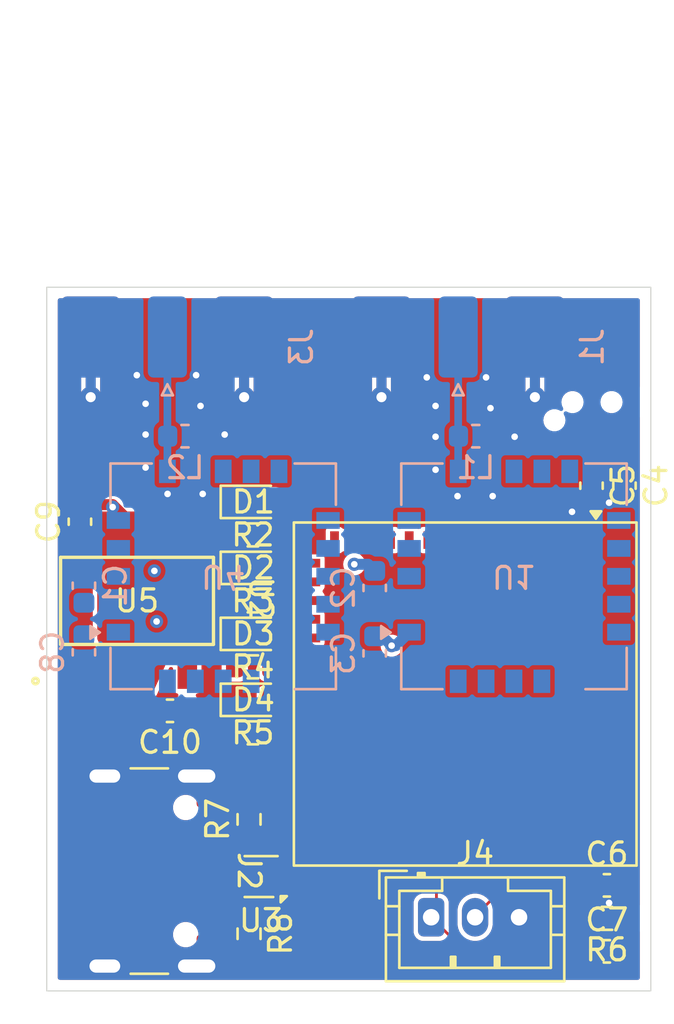
<source format=kicad_pcb>
(kicad_pcb (version 20240108) (generator "pcbnew") (generator_version "8.0")
  (layers (0 "F.Cu" signal) (1 "In1.Cu" signal) (2 "In2.Cu" signal) (31 "B.Cu" signal) (34 "B.Paste" user) (35 "F.Paste" user) (36 "B.SilkS" user "B.Silkscreen") (37 "F.SilkS" user "F.Silkscreen") (38 "B.Mask" user) (39 "F.Mask" user) (44 "Edge.Cuts" user))
  (net 0 "")
  (net 1 "GND")
  (net 2 "+3V3")
  (net 3 "/RESET")
  (net 4 "/BOOT")
  (net 5 "+5V")
  (net 6 "Net-(D1-A)")
  (net 7 "Net-(D2-A)")
  (net 8 "Net-(D3-A)")
  (net 9 "Net-(D4-A)")
  (net 10 "Net-(J1-In)")
  (net 11 "/D+")
  (net 13 "/D-")
  (net 15 "Net-(J2-CC2)")
  (net 16 "Net-(J2-CC1)")
  (net 17 "Net-(J3-In)")
  (net 18 "/SPI_MOSI")
  (net 19 "/E22_RXEN_1")
  (net 24 "/E22_DI01_0")
  (net 25 "/E22_DI03_1")
  (net 26 "/SPI_SCK")
  (net 28 "/SPI_MISO")
  (net 29 "/E22_BUSY_0")
  (net 30 "/E22_TXEN_1")
  (net 31 "/E22_DI02_1")
  (net 32 "/E22_RESET_0")
  (net 34 "/E22_BUSY_1")
  (net 37 "/E22_RESET_1")
  (net 38 "/E22_CS_0")
  (net 39 "/E22_TXEN_0")
  (net 40 "/E22_CS_1")
  (net 42 "/E22_DI01_1")
  (net 43 "/E22_DI03_0")
  (net 44 "/E22_DI02_0")
  (net 46 "/E22_RXEN_0")
  (net 47 "/USB_D+")
  (net 48 "/USB_D-")
  (net 58 "Net-(U2-IO15)")
  (net 59 "Net-(U2-IO14)")
  (net 60 "Net-(U2-IO13)")
  (net 61 "Net-(U2-IO12)")
  (footprint "Resistor_SMD:R_0603_1608Metric" (layer "F.Cu") (at 125.885 44.7639 180)
    (property "Reference" "R4" (at 0 0 360) (layer "F.SilkS"))
    (property "Value" "1kΩ/1%/0603")
    (fp_line (start -0.237258 0.5225) (end 0.237258 0.5225) (stroke (width 0.12)) (layer "F.SilkS"))
    (fp_line (start -0.237258 -0.5225) (end 0.237258 -0.5225) (stroke (width 0.12)) (layer "F.SilkS"))
    (pad "1" smd roundrect (at -0.825 0 180) (size 0.8 0.95) (layers "F.Cu" "F.Paste" "F.Mask") (net 8 "Net-(D3-A)"))
    (pad "2" smd roundrect (at 0.825 0 180) (size 0.8 0.95) (layers "F.Cu" "F.Paste" "F.Mask") (net 60 "Net-(U2-IO13)"))
  )
  (footprint "LED_SMD:LED_0603_1608Metric" (layer "F.Cu") (at 125.905 40.2639)
    (property "Reference" "D2" (at 0 0 0) (layer "F.SilkS"))
    (property "Value" "white/0603")
    (fp_line (start -1.485 -0.735) (end -1.485 0.735) (stroke (width 0.12)) (layer "F.SilkS"))
    (fp_line (start -1.485 0.735) (end 0.8 0.735) (stroke (width 0.12)) (layer "F.SilkS"))
    (fp_line (start 0.8 -0.735) (end -1.485 -0.735) (stroke (width 0.12)) (layer "F.SilkS"))
    (pad "1" smd roundrect (at -0.7875 0) (size 0.875 0.95) (layers "F.Cu" "F.Paste" "F.Mask") (net 1 "GND"))
    (pad "2" smd roundrect (at 0.7875 0) (size 0.875 0.95) (layers "F.Cu" "F.Paste" "F.Mask") (net 7 "Net-(D2-A)"))
  )
  (footprint "Capacitor_SMD:C_0603_1608Metric" (layer "F.Cu") (at 142 57.7)
    (property "Reference" "C7" (at 0 -1.43 0) (layer "F.SilkS"))
    (property "Value" "1uF")
    (fp_line (start -0.14058 -0.51) (end 0.14058 -0.51) (stroke (width 0.12)) (layer "F.SilkS"))
    (fp_line (start -0.14058 0.51) (end 0.14058 0.51) (stroke (width 0.12)) (layer "F.SilkS"))
    (pad "1" smd roundrect (at -0.775 0) (size 0.9 0.95) (layers "F.Cu" "F.Paste" "F.Mask") (net 4 "/BOOT"))
    (pad "2" smd roundrect (at 0.775 0) (size 0.9 0.95) (layers "F.Cu" "F.Paste" "F.Mask") (net 1 "GND"))
  )
  (footprint "Package_DFN_QFN:ST_UQFN-6L_1.5x1.7mm_P0.5mm" (layer "F.Cu") (at 126.26 54.3 180)
    (property "Reference" "U3" (at 0 -2 360) (layer "F.SilkS"))
    (property "Value" "ECMF02-2AMX6")
    (fp_line (start 0.75 0.93) (end -0.75 0.93) (stroke (width 0.12)) (layer "F.SilkS"))
    (fp_line (start 0.75 -0.93) (end -0.55 -0.93) (stroke (width 0.12)) (layer "F.SilkS"))
    (fp_poly (pts (xy -0.89 -0.89) (xy -1.17 -0.89) (xy -0.89 -1.17) (xy -0.89 -0.89)) (stroke (width 0.12)) (fill solid) (layer "F.SilkS"))
    (pad "1" smd roundrect (at -0.65 -0.5 180) (size 0.6 0.25) (layers "F.Cu" "F.Paste" "F.Mask") (net 47 "/USB_D+"))
    (pad "2" smd roundrect (at -0.65 0 180) (size 0.6 0.25) (layers "F.Cu" "F.Paste" "F.Mask") (net 48 "/USB_D-"))
    (pad "3" smd roundrect (at -0.65 0.5 180) (size 0.6 0.25) (layers "F.Cu" "F.Paste" "F.Mask") (net 1 "GND"))
    (pad "4" smd roundrect (at 0.65 0.5 180) (size 0.6 0.25) (layers "F.Cu" "F.Paste" "F.Mask"))
    (pad "5" smd roundrect (at 0.65 0 180) (size 0.6 0.25) (layers "F.Cu" "F.Paste" "F.Mask") (net 13 "/D-"))
    (pad "6" smd roundrect (at 0.65 -0.5 180) (size 0.6 0.25) (layers "F.Cu" "F.Paste" "F.Mask") (net 11 "/D+"))
  )
  (footprint "Capacitor_SMD:C_0603_1608Metric" (layer "F.Cu") (at 118.01 38.1639 90)
    (property "Reference" "C9" (at 0 -1.43 90) (layer "F.SilkS"))
    (property "Value" "22uF")
    (fp_line (start -0.14058 -0.51) (end 0.14058 -0.51) (stroke (width 0.12)) (layer "F.SilkS"))
    (fp_line (start -0.14058 0.51) (end 0.14058 0.51) (stroke (width 0.12)) (layer "F.SilkS"))
    (pad "1" smd roundrect (at -0.775 0 90) (size 0.9 0.95) (layers "F.Cu" "F.Paste" "F.Mask") (net 1 "GND"))
    (pad "2" smd roundrect (at 0.775 0 90) (size 0.9 0.95) (layers "F.Cu" "F.Paste" "F.Mask") (net 2 "+3V3"))
  )
  (footprint "Resistor_SMD:R_0603_1608Metric" (layer "F.Cu") (at 125.885 41.7639 180)
    (property "Reference" "R3" (at 0 0 360) (layer "F.SilkS"))
    (property "Value" "1kΩ/1%/0603")
    (fp_line (start -0.237258 0.5225) (end 0.237258 0.5225) (stroke (width 0.12)) (layer "F.SilkS"))
    (fp_line (start -0.237258 -0.5225) (end 0.237258 -0.5225) (stroke (width 0.12)) (layer "F.SilkS"))
    (pad "1" smd roundrect (at -0.825 0 180) (size 0.8 0.95) (layers "F.Cu" "F.Paste" "F.Mask") (net 7 "Net-(D2-A)"))
    (pad "2" smd roundrect (at 0.825 0 180) (size 0.8 0.95) (layers "F.Cu" "F.Paste" "F.Mask") (net 59 "Net-(U2-IO14)"))
  )
  (footprint "LED_SMD:LED_0603_1608Metric" (layer "F.Cu") (at 125.905 37.2639)
    (property "Reference" "D1" (at 0 0 0) (layer "F.SilkS"))
    (property "Value" "white/0603")
    (fp_line (start -1.485 -0.735) (end -1.485 0.735) (stroke (width 0.12)) (layer "F.SilkS"))
    (fp_line (start -1.485 0.735) (end 0.8 0.735) (stroke (width 0.12)) (layer "F.SilkS"))
    (fp_line (start 0.8 -0.735) (end -1.485 -0.735) (stroke (width 0.12)) (layer "F.SilkS"))
    (pad "1" smd roundrect (at -0.7875 0) (size 0.875 0.95) (layers "F.Cu" "F.Paste" "F.Mask") (net 1 "GND"))
    (pad "2" smd roundrect (at 0.7875 0) (size 0.875 0.95) (layers "F.Cu" "F.Paste" "F.Mask") (net 6 "Net-(D1-A)"))
  )
  (footprint "Capacitor_SMD:C_0603_1608Metric" (layer "F.Cu") (at 141.3 36.525 -90)
    (property "Reference" "C5" (at 0 -1.43 90) (layer "F.SilkS"))
    (property "Value" "0.1uF")
    (fp_line (start -0.14058 0.51) (end 0.14058 0.51) (stroke (width 0.12)) (layer "F.SilkS"))
    (fp_line (start -0.14058 -0.51) (end 0.14058 -0.51) (stroke (width 0.12)) (layer "F.SilkS"))
    (pad "1" smd roundrect (at -0.775 0 270) (size 0.9 0.95) (layers "F.Cu" "F.Paste" "F.Mask") (net 1 "GND"))
    (pad "2" smd roundrect (at 0.775 0 270) (size 0.9 0.95) (layers "F.Cu" "F.Paste" "F.Mask") (net 2 "+3V3"))
  )
  (footprint "Resistor_SMD:R_0603_1608Metric" (layer "F.Cu") (at 125.71 51.7 90)
    (property "Reference" "R7" (at 0 -1.43 90) (layer "F.SilkS"))
    (property "Value" "5.1k")
    (fp_line (start -0.237258 -0.5225) (end 0.237258 -0.5225) (stroke (width 0.12)) (layer "F.SilkS"))
    (fp_line (start -0.237258 0.5225) (end 0.237258 0.5225) (stroke (width 0.12)) (layer "F.SilkS"))
    (pad "1" smd roundrect (at -0.825 0 90) (size 0.8 0.95) (layers "F.Cu" "F.Paste" "F.Mask") (net 16 "Net-(J2-CC1)"))
    (pad "2" smd roundrect (at 0.825 0 90) (size 0.8 0.95) (layers "F.Cu" "F.Paste" "F.Mask") (net 1 "GND"))
  )
  (footprint "Capacitor_SMD:C_0603_1608Metric" (layer "F.Cu") (at 142 54.7)
    (property "Reference" "C6" (at 0 -1.43 0) (layer "F.SilkS"))
    (property "Value" "1uF")
    (fp_line (start -0.14058 -0.51) (end 0.14058 -0.51) (stroke (width 0.12)) (layer "F.SilkS"))
    (fp_line (start -0.14058 0.51) (end 0.14058 0.51) (stroke (width 0.12)) (layer "F.SilkS"))
    (pad "1" smd roundrect (at -0.775 0) (size 0.9 0.95) (layers "F.Cu" "F.Paste" "F.Mask") (net 3 "/RESET"))
    (pad "2" smd roundrect (at 0.775 0) (size 0.9 0.95) (layers "F.Cu" "F.Paste" "F.Mask") (net 1 "GND"))
  )
  (footprint "Capacitor_SMD:C_0603_1608Metric" (layer "F.Cu") (at 142.8 36.525 -90)
    (property "Reference" "C4" (at 0 -1.43 90) (layer "F.SilkS"))
    (property "Value" "22uF")
    (fp_line (start -0.14058 0.51) (end 0.14058 0.51) (stroke (width 0.12)) (layer "F.SilkS"))
    (fp_line (start -0.14058 -0.51) (end 0.14058 -0.51) (stroke (width 0.12)) (layer "F.SilkS"))
    (pad "1" smd roundrect (at -0.775 0 270) (size 0.9 0.95) (layers "F.Cu" "F.Paste" "F.Mask") (net 1 "GND"))
    (pad "2" smd roundrect (at 0.775 0 270) (size 0.9 0.95) (layers "F.Cu" "F.Paste" "F.Mask") (net 2 "+3V3"))
  )
  (footprint "Resistor_SMD:R_0603_1608Metric" (layer "F.Cu") (at 125.71 56.9 -90)
    (property "Reference" "R8" (at 0 -1.43 90) (layer "F.SilkS"))
    (property "Value" "5.1k")
    (fp_line (start -0.237258 0.5225) (end 0.237258 0.5225) (stroke (width 0.12)) (layer "F.SilkS"))
    (fp_line (start -0.237258 -0.5225) (end 0.237258 -0.5225) (stroke (width 0.12)) (layer "F.SilkS"))
    (pad "1" smd roundrect (at -0.825 0 270) (size 0.8 0.95) (layers "F.Cu" "F.Paste" "F.Mask") (net 15 "Net-(J2-CC2)"))
    (pad "2" smd roundrect (at 0.825 0 270) (size 0.8 0.95) (layers "F.Cu" "F.Paste" "F.Mask") (net 1 "GND"))
  )
  (footprint "Connector_USB:USB_C_Receptacle_GCT_USB4105-xx-A_16P_TopMnt_Horizontal" (layer "F.Cu") (at 120.22 54.05 -90)
    (property "Reference" "J2" (at 0 -5.5 -90) (layer "F.SilkS"))
    (property "Value" "USB4105-GF-A")
    (fp_line (start -4.67 -0.1) (end -4.67 -1.8) (stroke (width 0.12)) (layer "F.SilkS"))
    (fp_line (start 4.67 -0.1) (end 4.67 -1.8) (stroke (width 0.12)) (layer "F.SilkS"))
    (pad "" np_thru_hole circle (at -2.89 -2.605 270) (size 0.65 0.65) (drill 0.65) (layers "F&B.Cu" "*.Mask"))
    (pad "" np_thru_hole circle (at 2.89 -2.605 270) (size 0.65 0.65) (drill 0.65) (layers "F&B.Cu" "*.Mask"))
    (pad "A1" smd roundrect (at -3.2 -3.68 270) (size 0.6 1.15) (layers "F.Cu" "F.Paste" "F.Mask") (net 1 "GND"))
    (pad "A4" smd roundrect (at -2.4 -3.68 270) (size 0.6 1.15) (layers "F.Cu" "F.Paste" "F.Mask") (net 5 "+5V"))
    (pad "A5" smd roundrect (at -1.25 -3.68 270) (size 0.3 1.15) (layers "F.Cu" "F.Paste" "F.Mask") (net 16 "Net-(J2-CC1)"))
    (pad "A6" smd roundrect (at -0.25 -3.68 270) (size 0.3 1.15) (layers "F.Cu" "F.Paste" "F.Mask") (net 11 "/D+"))
    (pad "A7" smd roundrect (at 0.25 -3.68 270) (size 0.3 1.15) (layers "F.Cu" "F.Paste" "F.Mask") (net 13 "/D-"))
    (pad "A8" smd roundrect (at 1.25 -3.68 270) (size 0.3 1.15) (layers "F.Cu" "F.Paste" "F.Mask"))
    (pad "A9" smd roundrect (at 2.4 -3.68 270) (size 0.6 1.15) (layers "F.Cu" "F.Paste" "F.Mask") (net 5 "+5V"))
    (pad "A12" smd roundrect (at 3.2 -3.68 270) (size 0.6 1.15) (layers "F.Cu" "F.Paste" "F.Mask") (net 1 "GND"))
    (pad "B1" smd roundrect (at 3.2 -3.68 270) (size 0.6 1.15) (layers "F.Cu" "F.Paste" "F.Mask") (net 1 "GND"))
    (pad "B4" smd roundrect (at 2.4 -3.68 270) (size 0.6 1.15) (layers "F.Cu" "F.Paste" "F.Mask") (net 5 "+5V"))
    (pad "B5" smd roundrect (at 1.75 -3.68 270) (size 0.3 1.15) (layers "F.Cu" "F.Paste" "F.Mask") (net 15 "Net-(J2-CC2)"))
    (pad "B6" smd roundrect (at 0.75 -3.68 270) (size 0.3 1.15) (layers "F.Cu" "F.Paste" "F.Mask") (net 11 "/D+"))
    (pad "B7" smd roundrect (at -0.75 -3.68 270) (size 0.3 1.15) (layers "F.Cu" "F.Paste" "F.Mask") (net 13 "/D-"))
    (pad "B8" smd roundrect (at -1.75 -3.68 270) (size 0.3 1.15) (layers "F.Cu" "F.Paste" "F.Mask"))
    (pad "B9" smd roundrect (at -2.4 -3.68 270) (size 0.6 1.15) (layers "F.Cu" "F.Paste" "F.Mask") (net 5 "+5V"))
    (pad "B12" smd roundrect (at -3.2 -3.68 270) (size 0.6 1.15) (layers "F.Cu" "F.Paste" "F.Mask") (net 1 "GND"))
    (pad "S1" thru_hole oval (at -4.32 -3.105 270) (size 1 2.1) (drill oval 0.6 1.7) (layers "*.Cu" "*.Mask" "F.Paste") (net 1 "GND"))
    (pad "S1" thru_hole oval (at -4.32 1.075 270) (size 1 1.8) (drill oval 0.6 1.4) (layers "*.Cu" "*.Mask" "F.Paste") (net 1 "GND"))
    (pad "S1" thru_hole oval (at 4.32 -3.105 270) (size 1 2.1) (drill oval 0.6 1.7) (layers "*.Cu" "*.Mask" "F.Paste") (net 1 "GND"))
    (pad "S1" thru_hole oval (at 4.32 1.075 270) (size 1 1.8) (drill oval 0.6 1.4) (layers "*.Cu" "*.Mask" "F.Paste") (net 1 "GND"))
  )
  (footprint "Capacitor_SMD:C_0603_1608Metric" (layer "F.Cu") (at 122.11 46.7639 180)
    (property "Reference" "C10" (at 0 -1.43 360) (layer "F.SilkS"))
    (property "Value" "10uF")
    (fp_line (start -0.14058 0.51) (end 0.14058 0.51) (stroke (width 0.12)) (layer "F.SilkS"))
    (fp_line (start -0.14058 -0.51) (end 0.14058 -0.51) (stroke (width 0.12)) (layer "F.SilkS"))
    (pad "1" smd roundrect (at -0.775 0 180) (size 0.9 0.95) (layers "F.Cu" "F.Paste" "F.Mask") (net 5 "+5V"))
    (pad "2" smd roundrect (at 0.775 0 180) (size 0.9 0.95) (layers "F.Cu" "F.Paste" "F.Mask") (net 1 "GND"))
  )
  (footprint "Resistor_SMD:R_0603_1608Metric" (layer "F.Cu") (at 142 56.2 180)
    (property "Reference" "R6" (at 0 -1.43 360) (layer "F.SilkS"))
    (property "Value" "20k")
    (fp_line (start -0.237258 0.5225) (end 0.237258 0.5225) (stroke (width 0.12)) (layer "F.SilkS"))
    (fp_line (start -0.237258 -0.5225) (end 0.237258 -0.5225) (stroke (width 0.12)) (layer "F.SilkS"))
    (pad "1" smd roundrect (at -0.825 0 180) (size 0.8 0.95) (layers "F.Cu" "F.Paste" "F.Mask") (net 2 "+3V3"))
    (pad "2" smd roundrect (at 0.825 0 180) (size 0.8 0.95) (layers "F.Cu" "F.Paste" "F.Mask") (net 3 "/RESET"))
  )
  (footprint "AMS1117-3.3:SOT_AMS1117-2.5_AMS" (layer "F.Cu") (at 120.61 41.7639)
    (property "Reference" "U5" (at 0 0 0) (layer "F.SilkS"))
    (property "Value" "AMS1117-3.3")
    (fp_line (start -3.4798 -1.9812) (end -3.4798 1.9812) (stroke (width 0.1524)) (layer "F.SilkS"))
    (fp_line (start -3.4798 1.9812) (end 3.4798 1.9812) (stroke (width 0.1524)) (layer "F.SilkS"))
    (fp_line (start 3.4798 -1.9812) (end -3.4798 -1.9812) (stroke (width 0.1524)) (layer "F.SilkS"))
    (fp_line (start 3.4798 1.9812) (end 3.4798 -1.9812) (stroke (width 0.1524)) (layer "F.SilkS"))
    (fp_circle (center -4.6228 3.6449) (end -4.4958 3.6449) (stroke (width 0.1524)) (fill none) (layer "F.SilkS"))
    (pad "1" smd rect (at -2.29 3.2639) (size 0.889 1.4732) (layers "F.Cu" "F.Paste" "F.Mask") (net 1 "GND"))
    (pad "2" smd rect (at 0 3.2639) (size 0.889 1.4732) (layers "F.Cu" "F.Paste" "F.Mask") (net 2 "+3V3"))
    (pad "3" smd rect (at 2.29 3.2639) (size 0.889 1.4732) (layers "F.Cu" "F.Paste" "F.Mask") (net 5 "+5V"))
    (pad "4" smd rect (at 0 -3.2639) (size 3.2004 1.4732) (layers "F.Cu" "F.Paste" "F.Mask") (net 2 "+3V3"))
  )
  (footprint "Resistor_SMD:R_0603_1608Metric" (layer "F.Cu") (at 125.885 38.7639 180)
    (property "Reference" "R2" (at 0 0 360) (layer "F.SilkS"))
    (property "Value" "1kΩ/1%/0603")
    (fp_line (start -0.237258 0.5225) (end 0.237258 0.5225) (stroke (width 0.12)) (layer "F.SilkS"))
    (fp_line (start -0.237258 -0.5225) (end 0.237258 -0.5225) (stroke (width 0.12)) (layer "F.SilkS"))
    (pad "1" smd roundrect (at -0.825 0 180) (size 0.8 0.95) (layers "F.Cu" "F.Paste" "F.Mask") (net 6 "Net-(D1-A)"))
    (pad "2" smd roundrect (at 0.825 0 180) (size 0.8 0.95) (layers "F.Cu" "F.Paste" "F.Mask") (net 58 "Net-(U2-IO15)"))
  )
  (footprint "Resistor_SMD:R_0603_1608Metric" (layer "F.Cu") (at 125.885 47.7639 180)
    (property "Reference" "R5" (at 0 0 360) (layer "F.SilkS"))
    (property "Value" "1kΩ/1%/0603")
    (fp_line (start -0.237258 0.5225) (end 0.237258 0.5225) (stroke (width 0.12)) (layer "F.SilkS"))
    (fp_line (start -0.237258 -0.5225) (end 0.237258 -0.5225) (stroke (width 0.12)) (layer "F.SilkS"))
    (pad "1" smd roundrect (at -0.825 0 180) (size 0.8 0.95) (layers "F.Cu" "F.Paste" "F.Mask") (net 9 "Net-(D4-A)"))
    (pad "2" smd roundrect (at 0.825 0 180) (size 0.8 0.95) (layers "F.Cu" "F.Paste" "F.Mask") (net 61 "Net-(U2-IO12)"))
  )
  (footprint "LED_SMD:LED_0603_1608Metric" (layer "F.Cu") (at 125.905 43.2639)
    (property "Reference" "D3" (at 0 0 0) (layer "F.SilkS"))
    (property "Value" "white/0603")
    (fp_line (start -1.485 -0.735) (end -1.485 0.735) (stroke (width 0.12)) (layer "F.SilkS"))
    (fp_line (start -1.485 0.735) (end 0.8 0.735) (stroke (width 0.12)) (layer "F.SilkS"))
    (fp_line (start 0.8 -0.735) (end -1.485 -0.735) (stroke (width 0.12)) (layer "F.SilkS"))
    (pad "1" smd roundrect (at -0.7875 0) (size 0.875 0.95) (layers "F.Cu" "F.Paste" "F.Mask") (net 1 "GND"))
    (pad "2" smd roundrect (at 0.7875 0) (size 0.875 0.95) (layers "F.Cu" "F.Paste" "F.Mask") (net 8 "Net-(D3-A)"))
  )
  (footprint "Connector_JST:JST_PH_B3B-PH-K_1x03_P2.00mm_Vertical" (layer "F.Cu") (at 134 56.15)
    (property "Reference" "J4" (at 2 -2.9 0) (layer "F.SilkS"))
    (property "Value" "Conn_01x03")
    (fp_line (start -2.36 -2.11) (end -2.36 -0.86) (stroke (width 0.12)) (layer "F.SilkS"))
    (fp_line (start -2.06 -1.81) (end -2.06 2.91) (stroke (width 0.12)) (layer "F.SilkS"))
    (fp_line (start -2.06 -0.5) (end -1.45 -0.5) (stroke (width 0.12)) (layer "F.SilkS"))
    (fp_line (start -2.06 0.8) (end -1.45 0.8) (stroke (width 0.12)) (layer "F.SilkS"))
    (fp_line (start -2.06 2.91) (end 6.06 2.91) (stroke (width 0.12)) (layer "F.SilkS"))
    (fp_line (start -1.45 -1.2) (end -1.45 2.3) (stroke (width 0.12)) (layer "F.SilkS"))
    (fp_line (start -1.45 2.3) (end 5.45 2.3) (stroke (width 0.12)) (layer "F.SilkS"))
    (fp_line (start -1.11 -2.11) (end -2.36 -2.11) (stroke (width 0.12)) (layer "F.SilkS"))
    (fp_line (start -0.6 -2.01) (end -0.6 -1.81) (stroke (width 0.12)) (layer "F.SilkS"))
    (fp_line (start -0.3 -2.01) (end -0.6 -2.01) (stroke (width 0.12)) (layer "F.SilkS"))
    (fp_line (start -0.3 -1.91) (end -0.6 -1.91) (stroke (width 0.12)) (layer "F.SilkS"))
    (fp_line (start -0.3 -1.81) (end -0.3 -2.01) (stroke (width 0.12)) (layer "F.SilkS"))
    (fp_line (start 0.5 -1.81) (end 0.5 -1.2) (stroke (width 0.12)) (layer "F.SilkS"))
    (fp_line (start 0.5 -1.2) (end -1.45 -1.2) (stroke (width 0.12)) (layer "F.SilkS"))
    (fp_line (start 0.9 1.8) (end 1.1 1.8) (stroke (width 0.12)) (layer "F.SilkS"))
    (fp_line (start 0.9 2.3) (end 0.9 1.8) (stroke (width 0.12)) (layer "F.SilkS"))
    (fp_line (start 1 2.3) (end 1 1.8) (stroke (width 0.12)) (layer "F.SilkS"))
    (fp_line (start 1.1 1.8) (end 1.1 2.3) (stroke (width 0.12)) (layer "F.SilkS"))
    (fp_line (start 2.9 1.8) (end 3.1 1.8) (stroke (width 0.12)) (layer "F.SilkS"))
    (fp_line (start 2.9 2.3) (end 2.9 1.8) (stroke (width 0.12)) (layer "F.SilkS"))
    (fp_line (start 3 2.3) (end 3 1.8) (stroke (width 0.12)) (layer "F.SilkS"))
    (fp_line (start 3.1 1.8) (end 3.1 2.3) (stroke (width 0.12)) (layer "F.SilkS"))
    (fp_line (start 3.5 -1.2) (end 3.5 -1.81) (stroke (width 0.12)) (layer "F.SilkS"))
    (fp_line (start 5.45 -1.2) (end 3.5 -1.2) (stroke (width 0.12)) (layer "F.SilkS"))
    (fp_line (start 5.45 2.3) (end 5.45 -1.2) (stroke (width 0.12)) (layer "F.SilkS"))
    (fp_line (start 6.06 -1.81) (end -2.06 -1.81) (stroke (width 0.12)) (layer "F.SilkS"))
    (fp_line (start 6.06 -0.5) (end 5.45 -0.5) (stroke (width 0.12)) (layer "F.SilkS"))
    (fp_line (start 6.06 0.8) (end 5.45 0.8) (stroke (width 0.12)) (layer "F.SilkS"))
    (fp_line (start 6.06 2.91) (end 6.06 -1.81) (stroke (width 0.12)) (layer "F.SilkS"))
    (pad "1" thru_hole roundrect (at 0 0) (size 1.2 1.75) (drill 0.75) (layers "*.Cu" "*.Mask") (roundrect_rratio 0.208333) (net 4 "/BOOT"))
    (pad "2" thru_hole oval (at 2 0) (size 1.2 1.75) (drill 0.75) (layers "*.Cu" "*.Mask") (net 3 "/RESET"))
    (pad "3" thru_hole oval (at 4 0) (size 1.2 1.75) (drill 0.75) (layers "*.Cu" "*.Mask") (net 1 "GND"))
  )
  (footprint "LED_SMD:LED_0603_1608Metric" (layer "F.Cu") (at 125.905 46.2639)
    (property "Reference" "D4" (at 0 0 0) (layer "F.SilkS"))
    (property "Value" "white/0603")
    (fp_line (start -1.485 -0.735) (end -1.485 0.735) (stroke (width 0.12)) (layer "F.SilkS"))
    (fp_line (start -1.485 0.735) (end 0.8 0.735) (stroke (width 0.12)) (layer "F.SilkS"))
    (fp_line (start 0.8 -0.735) (end -1.485 -0.735) (stroke (width 0.12)) (layer "F.SilkS"))
    (pad "1" smd roundrect (at -0.7875 0) (size 0.875 0.95) (layers "F.Cu" "F.Paste" "F.Mask") (net 1 "GND"))
    (pad "2" smd roundrect (at 0.7875 0) (size 0.875 0.95) (layers "F.Cu" "F.Paste" "F.Mask") (net 9 "Net-(D4-A)"))
  )
  (footprint "RF_Module:ESP32-S2-MINI-1U" (layer "F.Cu") (at 135.55 46 -90)
    (property "Reference" "U2" (at -4.3361 9.3 -90) (layer "F.SilkS"))
    (property "Value" "ESP32-S3-MINI-1U")
    (fp_line (start -7.8 7.8) (end -7.8 -7.8) (stroke (width 0.12)) (layer "F.SilkS"))
    (fp_line (start 7.8 7.8) (end -7.8 7.8) (stroke (width 0.12)) (layer "F.SilkS"))
    (fp_line (start -7.8 -7.8) (end 7.8 -7.8) (stroke (width 0.12)) (layer "F.SilkS"))
    (fp_line (start 7.8 -7.8) (end 7.8 7.8) (stroke (width 0.12)) (layer "F.SilkS"))
    (fp_poly (pts (xy -7.975 -5.95) (xy -8.311 -5.71) (xy -8.311 -6.19) (xy -7.975 -5.95)) (stroke (width 0.12)) (fill solid) (layer "F.SilkS"))
    (pad "1" smd rect (at -7 -5.95 270) (size 0.8 0.4) (layers "F.Cu" "F.Paste" "F.Mask") (net 1 "GND"))
    (pad "2" smd rect (at -7 -5.1 270) (size 0.8 0.4) (layers "F.Cu" "F.Paste" "F.Mask") (net 1 "GND"))
    (pad "3" smd rect (at -7 -4.25 270) (size 0.8 0.4) (layers "F.Cu" "F.Paste" "F.Mask") (net 2 "+3V3"))
    (pad "4" smd rect (at -7 -3.4 270) (size 0.8 0.4) (layers "F.Cu" "F.Paste" "F.Mask") (net 4 "/BOOT"))
    (pad "5" smd rect (at -7 -2.55 270) (size 0.8 0.4) (layers "F.Cu" "F.Paste" "F.Mask") (net 32 "/E22_RESET_0"))
    (pad "6" smd rect (at -7 -1.7 270) (size 0.8 0.4) (layers "F.Cu" "F.Paste" "F.Mask") (net 38 "/E22_CS_0"))
    (pad "7" smd rect (at -7 -0.85 270) (size 0.8 0.4) (layers "F.Cu" "F.Paste" "F.Mask") (net 28 "/SPI_MISO"))
    (pad "8" smd rect (at -7 0 270) (size 0.8 0.4) (layers "F.Cu" "F.Paste" "F.Mask") (net 18 "/SPI_MOSI"))
    (pad "9" smd rect (at -7 0.85 270) (size 0.8 0.4) (layers "F.Cu" "F.Paste" "F.Mask") (net 26 "/SPI_SCK"))
    (pad "10" smd rect (at -7 1.7 270) (size 0.8 0.4) (layers "F.Cu" "F.Paste" "F.Mask") (net 29 "/E22_BUSY_0"))
    (pad "11" smd rect (at -7 2.55 270) (size 0.8 0.4) (layers "F.Cu" "F.Paste" "F.Mask") (net 39 "/E22_TXEN_0"))
    (pad "12" smd rect (at -7 3.4 270) (size 0.8 0.4) (layers "F.Cu" "F.Paste" "F.Mask") (net 46 "/E22_RXEN_0"))
    (pad "13" smd rect (at -7 4.25 270) (size 0.8 0.4) (layers "F.Cu" "F.Paste" "F.Mask") (net 24 "/E22_DI01_0"))
    (pad "14" smd rect (at -7 5.1 270) (size 0.8 0.4) (layers "F.Cu" "F.Paste" "F.Mask") (net 44 "/E22_DI02_0"))
    (pad "15" smd rect (at -7 5.95 270) (size 0.8 0.4) (layers "F.Cu" "F.Paste" "F.Mask") (net 43 "/E22_DI03_0"))
    (pad "16" smd rect (at -5.95 7) (size 0.8 0.4) (layers "F.Cu" "F.Paste" "F.Mask") (net 61 "Net-(U2-IO12)"))
    (pad "17" smd rect (at -5.1 7) (size 0.8 0.4) (layers "F.Cu" "F.Paste" "F.Mask") (net 60 "Net-(U2-IO13)"))
    (pad "18" smd rect (at -4.25 7) (size 0.8 0.4) (layers "F.Cu" "F.Paste" "F.Mask") (net 59 "Net-(U2-IO14)"))
    (pad "19" smd rect (at -3.4 7) (size 0.8 0.4) (layers "F.Cu" "F.Paste" "F.Mask") (net 58 "Net-(U2-IO15)"))
    (pad "20" smd rect (at -2.55 7) (size 0.8 0.4) (layers "F.Cu" "F.Paste" "F.Mask") (net 26 "/SPI_SCK"))
    (pad "21" smd rect (at -1.7 7) (size 0.8 0.4) (layers "F.Cu" "F.Paste" "F.Mask") (net 34 "/E22_BUSY_1"))
    (pad "22" smd rect (at -0.85 7) (size 0.8 0.4) (layers "F.Cu" "F.Paste" "F.Mask") (net 30 "/E22_TXEN_1"))
    (pad "23" smd rect (at 0 7) (size 0.8 0.4) (layers "F.Cu" "F.Paste" "F.Mask") (net 48 "/USB_D-"))
    (pad "24" smd rect (at 0.85 7) (size 0.8 0.4) (layers "F.Cu" "F.Paste" "F.Mask") (net 47 "/USB_D+"))
    (pad "25" smd rect (at 1.7 7) (size 0.8 0.4) (layers "F.Cu" "F.Paste" "F.Mask") (net 19 "/E22_RXEN_1"))
    (pad "26" smd rect (at 2.55 7) (size 0.8 0.4) (layers "F.Cu" "F.Paste" "F.Mask") (net 42 "/E22_DI01_1"))
    (pad "27" smd rect (at 3.4 7) (size 0.8 0.4) (layers "F.Cu" "F.Paste" "F.Mask") (net 40 "/E22_CS_1"))
    (pad "28" smd rect (at 4.25 7) (size 0.8 0.4) (layers "F.Cu" "F.Paste" "F.Mask") (net 31 "/E22_DI02_1"))
    (pad "29" smd rect (at 5.1 7) (size 0.8 0.4) (layers "F.Cu" "F.Paste" "F.Mask") (net 25 "/E22_DI03_1"))
    (pad "30" smd rect (at 5.95 7) (size 0.8 0.4) (layers "F.Cu" "F.Paste" "F.Mask") (net 37 "/E22_RESET_1"))
    (pad "31" smd rect (at 7 5.95 270) (size 0.8 0.4) (layers "F.Cu" "F.Paste" "F.Mask"))
    (pad "32" smd rect (at 7 5.1 270) (size 0.8 0.4) (layers "F.Cu" "F.Paste" "F.Mask"))
    (pad "33" smd rect (at 7 4.25 270) (size 0.8 0.4) (layers "F.Cu" "F.Paste" "F.Mask"))
    (pad "34" smd rect (at 7 3.4 270) (size 0.8 0.4) (layers "F.Cu" "F.Paste" "F.Mask"))
    (pad "35" smd rect (at 7 2.55 270) (size 0.8 0.4) (layers "F.Cu" "F.Paste" "F.Mask"))
    (pad "36" smd rect (at 7 1.7 270) (size 0.8 0.4) (layers "F.Cu" "F.Paste" "F.Mask"))
    (pad "37" smd rect (at 7 0.85 270) (size 0.8 0.4) (layers "F.Cu" "F.Paste" "F.Mask"))
    (pad "38" smd rect (at 7 0 270) (size 0.8 0.4) (layers "F.Cu" "F.Paste" "F.Mask"))
    (pad "39" smd rect (at 7 -0.85 270) (size 0.8 0.4) (layers "F.Cu" "F.Paste" "F.Mask"))
    (pad "40" smd rect (at 7 -1.7 270) (size 0.8 0.4) (layers "F.Cu" "F.Paste" "F.Mask"))
    (pad "41" smd rect (at 7 -2.55 270) (size 0.8 0.4) (layers "F.Cu" "F.Paste" "F.Mask") (net 18 "/SPI_MOSI"))
    (pad "42" smd rect (at 7 -3.4 270) (size 0.8 0.4) (layers "F.Cu" "F.Paste" "F.Mask") (net 1 "GND"))
    (pad "43" smd rect (at 7 -4.25 270) (size 0.8 0.4) (layers "F.Cu" "F.Paste" "F.Mask") (net 1 "GND"))
    (pad "44" smd rect (at 7 -5.1 270) (size 0.8 0.4) (layers "F.Cu" "F.Paste" "F.Mask") (net 28 "/SPI_MISO"))
    (pad "45" smd rect (at 7 -5.95 270) (size 0.8 0.4) (layers "F.Cu" "F.Paste" "F.Mask") (net 3 "/RESET"))
    (pad "46" smd rect (at 5.95 -7) (size 0.8 0.4) (layers "F.Cu" "F.Paste" "F.Mask") (net 1 "GND"))
    (pad "47" smd rect (at 5.1 -7) (size 0.8 0.4) (layers "F.Cu" "F.Paste" "F.Mask") (net 1 "GND"))
    (pad "48" smd rect (at 4.25 -7) (size 0.8 0.4) (layers "F.Cu" "F.Paste" "F.Mask") (net 1 "GND"))
    (pad "49" smd rect (at 3.4 -7) (size 0.8 0.4) (layers "F.Cu" "F.Paste" "F.Mask") (net 1 "GND"))
    (pad "50" smd rect (at 2.55 -7) (size 0.8 0.4) (layers "F.Cu" "F.Paste" "F.Mask") (net 1 "GND"))
    (pad "51" smd rect (at 1.7 -7) (size 0.8 0.4) (layers "F.Cu" "F.Paste" "F.Mask") (net 1 "GND"))
    (pad "52" smd rect (at 0.85 -7) (size 0.8 0.4) (layers "F.Cu" "F.Paste" "F.Mask") (net 1 "GND"))
    (pad "53" smd rect (at 0 -7) (size 0.8 0.4) (layers "F.Cu" "F.Paste" "F.Mask") (net 1 "GND"))
    (pad "54" smd rect (at -0.85 -7) (size 0.8 0.4) (layers "F.Cu" "F.Paste" "F.Mask") (net 1 "GND"))
    (pad "55" smd rect (at -1.7 -7) (size 0.8 0.4) (layers "F.Cu" "F.Paste" "F.Mask") (net 1 "GND"))
    (pad "56" smd rect (at -2.55 -7) (size 0.8 0.4) (layers "F.Cu" "F.Paste" "F.Mask") (net 1 "GND"))
    (pad "57" smd rect (at -3.4 -7) (size 0.8 0.4) (layers "F.Cu" "F.Paste" "F.Mask") (net 1 "GND"))
    (pad "58" smd rect (at -4.25 -7) (size 0.8 0.4) (layers "F.Cu" "F.Paste" "F.Mask") (net 1 "GND"))
    (pad "59" smd rect (at -5.1 -7) (size 0.8 0.4) (layers "F.Cu" "F.Paste" "F.Mask") (net 1 "GND"))
    (pad "60" smd rect (at -5.95 -7) (size 0.8 0.4) (layers "F.Cu" "F.Paste" "F.Mask") (net 1 "GND"))
    (pad "61" smd roundrect (at -1.65 -1.65 270) (size 1.2 1.2) (layers "F.Cu" "F.Paste" "F.Mask") (roundrect_rratio 0) (chamfer_ratio 0.33) (chamfer top_left) (net 1 "GND"))
    (pad "61" smd rect (at -1.65 0 270) (size 1.2 1.2) (layers "F.Cu" "F.Paste" "F.Mask") (net 1 "GND"))
    (pad "61" smd rect (at -1.65 1.65 270) (size 1.2 1.2) (layers "F.Cu" "F.Paste" "F.Mask") (net 1 "GND"))
    (pad "61" smd rect (at 0 -1.65 270) (size 1.2 1.2) (layers "F.Cu" "F.Paste" "F.Mask") (net 1 "GND"))
    (pad "61" smd rect (at 0 0 270) (size 1.2 1.2) (layers "F.Cu" "F.Paste" "F.Mask") (net 1 "GND"))
    (pad "61" smd rect (at 0 1.65 270) (size 1.2 1.2) (layers "F.Cu" "F.Paste" "F.Mask") (net 1 "GND"))
    (pad "61" smd rect (at 1.65 -1.65 270) (size 1.2 1.2) (layers "F.Cu" "F.Paste" "F.Mask") (net 1 "GND"))
    (pad "61" smd rect (at 1.65 0 270) (size 1.2 1.2) (layers "F.Cu" "F.Paste" "F.Mask") (net 1 "GND"))
    (pad "61" smd rect (at 1.65 1.65 270) (size 1.2 1.2) (layers "F.Cu" "F.Paste" "F.Mask") (net 1 "GND"))
    (pad "62" smd rect (at -7 -7 270) (size 0.8 0.8) (layers "F.Cu" "F.Paste" "F.Mask") (net 1 "GND"))
    (pad "63" smd rect (at -7 7 270) (size 0.8 0.8) (layers "F.Cu" "F.Paste" "F.Mask") (net 1 "GND"))
    (pad "64" smd rect (at 7 7 270) (size 0.8 0.8) (layers "F.Cu" "F.Paste" "F.Mask") (net 1 "GND"))
    (pad "65" smd rect (at 7 -7 270) (size 0.8 0.8) (layers "F.Cu" "F.Paste" "F.Mask") (net 1 "GND"))
  )
  (footprint "Capacitor_SMD:C_0603_1608Metric" (layer "B.Cu") (at 118.1925 44.1 -90)
    (property "Reference" "C8" (at 0 1.43 90) (layer "B.SilkS") (effects (justify mirror)))
    (property "Value" "10nF")
    (fp_line (start 0.14058 0.51) (end -0.14058 0.51) (stroke (width 0.12)) (layer "B.SilkS"))
    (fp_line (start 0.14058 -0.51) (end -0.14058 -0.51) (stroke (width 0.12)) (layer "B.SilkS"))
    (pad "1" smd roundrect (at -0.775 0 270) (size 0.9 0.95) (layers "B.Cu" "B.Paste" "B.Mask") (net 2 "+3V3"))
    (pad "2" smd roundrect (at 0.775 0 270) (size 0.9 0.95) (layers "B.Cu" "B.Paste" "B.Mask") (net 1 "GND"))
  )
  (footprint "Capacitor_SMD:C_0603_1608Metric" (layer "B.Cu") (at 131.43 41.175 -90)
    (property "Reference" "C2" (at 0 1.43 90) (layer "B.SilkS") (effects (justify mirror)))
    (property "Value" "10uF")
    (fp_line (start 0.14058 0.51) (end -0.14058 0.51) (stroke (width 0.12)) (layer "B.SilkS"))
    (fp_line (start 0.14058 -0.51) (end -0.14058 -0.51) (stroke (width 0.12)) (layer "B.SilkS"))
    (pad "1" smd roundrect (at -0.775 0 270) (size 0.9 0.95) (layers "B.Cu" "B.Paste" "B.Mask") (net 2 "+3V3"))
    (pad "2" smd roundrect (at 0.775 0 270) (size 0.9 0.95) (layers "B.Cu" "B.Paste" "B.Mask") (net 1 "GND"))
  )
  (footprint "Connector_Coaxial:SMA_Molex_73251-2120_EdgeMount_Horizontal" (layer "B.Cu") (at 135.23 29.515 90)
    (property "Reference" "J1" (at -0.705 6.1 90) (layer "B.SilkS") (effects (justify mirror)))
    (property "Value" "SMA")
    (fp_line (start -2.985 -3.4925) (end -0.25 -3.4925) (stroke (width 0.46)) (layer "F.Cu"))
    (fp_line (start -2.985 3.4925) (end -0.25 3.4925) (stroke (width 0.46)) (layer "F.Cu"))
    (fp_line (start -2.985 -3.4925) (end -0.25 -3.4925) (stroke (width 0.46)) (layer "B.Cu"))
    (fp_line (start -2.985 3.4925) (end -0.25 3.4925) (stroke (width 0.46)) (layer "B.Cu"))
    (fp_line (start -2.9 -0.25) (end -2.9 0.25) (stroke (width 0.12)) (layer "B.SilkS"))
    (fp_line (start -2.4 0) (end -2.9 -0.25) (stroke (width 0.12)) (layer "B.SilkS"))
    (fp_line (start -2.9 0.25) (end -2.4 0) (stroke (width 0.12)) (layer "B.SilkS"))
    (pad "1" smd roundrect (at -0.25 0 90) (size 3.69 1.78) (layers "B.Cu" "B.Paste" "B.Mask") (roundrect_rratio 0.1404494382) (net 10 "Net-(J1-In)"))
    (pad "2" thru_hole circle (at -2.985 -3.4925 90) (size 0.97 0.97) (drill 0.46) (layers "*.Cu") (net 1 "GND"))
    (pad "2" thru_hole circle (at -2.985 3.4925 90) (size 0.97 0.97) (drill 0.46) (layers "*.Cu") (net 1 "GND"))
    (pad "2" smd roundrect (at -0.25 -3.4925 90) (size 3.69 2.665) (layers "F.Cu" "F.Paste" "F.Mask") (roundrect_rratio 0.09380863039) (net 1 "GND"))
    (pad "2" smd roundrect (at -0.25 -3.4925 90) (size 3.69 2.665) (layers "B.Cu" "B.Paste" "B.Mask") (roundrect_rratio 0.09380863039) (net 1 "GND"))
    (pad "2" smd roundrect (at -0.25 3.4925 90) (size 3.69 2.665) (layers "F.Cu" "F.Paste" "F.Mask") (roundrect_rratio 0.09380863039) (net 1 "GND"))
    (pad "2" smd roundrect (at -0.25 3.4925 90) (size 3.69 2.665) (layers "B.Cu" "B.Paste" "B.Mask") (roundrect_rratio 0.09380863039) (net 1 "GND"))
  )
  (footprint "Inductor_SMD:L_0603_1608Metric" (layer "B.Cu") (at 122.7925 34.275)
    (property "Reference" "L2" (at 0 1.43 0) (layer "B.SilkS") (effects (justify mirror)))
    (property "Value" "330nH")
    (fp_line (start 0.162779 -0.51) (end -0.162779 -0.51) (stroke (width 0.12)) (layer "B.SilkS"))
    (fp_line (start 0.162779 0.51) (end -0.162779 0.51) (stroke (width 0.12)) (layer "B.SilkS"))
    (pad "1" smd roundrect (at -0.7875 0) (size 0.875 0.95) (layers "B.Cu" "B.Paste" "B.Mask") (net 17 "Net-(J3-In)"))
    (pad "2" smd roundrect (at 0.7875 0) (size 0.875 0.95) (layers "B.Cu" "B.Paste" "B.Mask") (net 1 "GND"))
  )
  (footprint "Inductor_SMD:L_0603_1608Metric" (layer "B.Cu") (at 136.03 34.275)
    (property "Reference" "L1" (at 0 1.43 0) (layer "B.SilkS") (effects (justify mirror)))
    (property "Value" "330nH")
    (fp_line (start 0.162779 -0.51) (end -0.162779 -0.51) (stroke (width 0.12)) (layer "B.SilkS"))
    (fp_line (start 0.162779 0.51) (end -0.162779 0.51) (stroke (width 0.12)) (layer "B.SilkS"))
    (pad "1" smd roundrect (at -0.7875 0) (size 0.875 0.95) (layers "B.Cu" "B.Paste" "B.Mask") (net 10 "Net-(J1-In)"))
    (pad "2" smd roundrect (at 0.7875 0) (size 0.875 0.95) (layers "B.Cu" "B.Paste" "B.Mask") (net 1 "GND"))
  )
  (footprint "RF_Module_Ebyte:E22-400MM22S" (layer "B.Cu") (at 124.5325 40.6478)
    (property "Reference" "U4" (at 0 0 180) (layer "B.SilkS") (effects (justify mirror)))
    (property "Value" "E22-400MM22S")
    (fp_line (start -5.1308 -5.1308) (end -5.1308 -3.25414) (stroke (width 0.12)) (layer "B.SilkS"))
    (fp_line (start -5.1308 3.25414) (end -5.1308 5.1308) (stroke (width 0.12)) (layer "B.SilkS"))
    (fp_line (start -5.1308 5.1308) (end -3.25414 5.1308) (stroke (width 0.12)) (layer "B.SilkS"))
    (fp_line (start -3.25414 -5.1308) (end -5.1308 -5.1308) (stroke (width 0.12)) (layer "B.SilkS"))
    (fp_line (start 3.25414 5.1308) (end 5.1308 5.1308) (stroke (width 0.12)) (layer "B.SilkS"))
    (fp_line (start 5.1308 -5.1308) (end 3.25414 -5.1308) (stroke (width 0.12)) (layer "B.SilkS"))
    (fp_line (start 5.1308 -3.25414) (end 5.1308 -5.1308) (stroke (width 0.12)) (layer "B.SilkS"))
    (fp_line (start 5.1308 5.1308) (end 5.1308 3.25414) (stroke (width 0.12)) (layer "B.SilkS"))
    (fp_poly (pts (xy -6.053846 2.25) (xy -5.603846 2.55) (xy -6.053846 2.85)) (stroke (width 0.1)) (fill solid) (layer "B.SilkS"))
    (pad "1" smd rect (at -4.7728 2.54 270) (size 0.7628 1.061999) (layers "B.Cu" "B.Paste" "B.Mask") (net 2 "+3V3"))
    (pad "2" smd rect (at -4.7728 1.27 270) (size 0.7628 1.061999) (layers "B.Cu" "B.Paste" "B.Mask") (net 1 "GND"))
    (pad "3" smd rect (at -4.7728 0 270) (size 0.7628 1.061999) (layers "B.Cu" "B.Paste" "B.Mask") (net 37 "/E22_RESET_1"))
    (pad "4" smd rect (at -4.7728 -1.27 270) (size 0.7628 1.061999) (layers "B.Cu" "B.Paste" "B.Mask"))
    (pad "5" smd rect (at -4.7728 -2.54 270) (size 0.7628 1.061999) (layers "B.Cu" "B.Paste" "B.Mask"))
    (pad "6" smd rect (at -2.54 -4.7728) (size 0.7628 1.061999) (layers "B.Cu" "B.Paste" "B.Mask") (net 17 "Net-(J3-In)"))
    (pad "7" smd rect (at -1.27 -4.7728) (size 0.7628 1.061999) (layers "B.Cu" "B.Paste" "B.Mask") (net 1 "GND"))
    (pad "8" smd rect (at 0 -4.7728) (size 0.7628 1.061999) (layers "B.Cu" "B.Paste" "B.Mask"))
    (pad "9" smd rect (at 1.27 -4.7728) (size 0.7628 1.061999) (layers "B.Cu" "B.Paste" "B.Mask") (net 30 "/E22_TXEN_1"))
    (pad "10" smd rect (at 2.54 -4.7728) (size 0.7628 1.061999) (layers "B.Cu" "B.Paste" "B.Mask") (net 19 "/E22_RXEN_1"))
    (pad "11" smd rect (at 4.7728 -2.54 270) (size 0.7628 1.061999) (layers "B.Cu" "B.Paste" "B.Mask") (net 34 "/E22_BUSY_1"))
    (pad "12" smd rect (at 4.7728 -1.27 270) (size 0.7628 1.061999) (layers "B.Cu" "B.Paste" "B.Mask") (net 28 "/SPI_MISO"))
    (pad "13" smd rect (at 4.7728 0 270) (size 0.7628 1.061999) (layers "B.Cu" "B.Paste" "B.Mask") (net 18 "/SPI_MOSI"))
    (pad "14" smd rect (at 4.7728 1.27 270) (size 0.7628 1.061999) (layers "B.Cu" "B.Paste" "B.Mask") (net 40 "/E22_CS_1"))
    (pad "15" smd rect (at 4.7728 2.54 270) (size 0.7628 1.061999) (layers "B.Cu" "B.Paste" "B.Mask") (net 26 "/SPI_SCK"))
    (pad "16" smd rect (at 2.54 4.7728) (size 0.7628 1.061999) (layers "B.Cu" "B.Paste" "B.Mask") (net 1 "GND"))
    (pad "17" smd rect (at 1.27 4.7728) (size 0.7628 1.061999) (layers "B.Cu" "B.Paste" "B.Mask"))
    (pad "18" smd rect (at 0 4.7728) (size 0.7628 1.061999) (layers "B.Cu" "B.Paste" "B.Mask") (net 25 "/E22_DI03_1"))
    (pad "19" smd rect (at -1.27 4.7728) (size 0.7628 1.061999) (layers "B.Cu" "B.Paste" "B.Mask") (net 31 "/E22_DI02_1"))
    (pad "20" smd rect (at -2.54 4.7728) (size 0.7628 1.061999) (layers "B.Cu" "B.Paste" "B.Mask") (net 42 "/E22_DI01_1"))
  )
  (footprint "Capacitor_SMD:C_0603_1608Metric" (layer "B.Cu") (at 118.1925 41.075 90)
    (property "Reference" "C1" (at 0 1.43 90) (layer "B.SilkS") (effects (justify mirror)))
    (property "Value" "10uF")
    (fp_line (start 0.14058 -0.51) (end -0.14058 -0.51) (stroke (width 0.12)) (layer "B.SilkS"))
    (fp_line (start 0.14058 0.51) (end -0.14058 0.51) (stroke (width 0.12)) (layer "B.SilkS"))
    (pad "1" smd roundrect (at -0.775 0 90) (size 0.9 0.95) (layers "B.Cu" "B.Paste" "B.Mask") (net 2 "+3V3"))
    (pad "2" smd roundrect (at 0.775 0 90) (size 0.9 0.95) (layers "B.Cu" "B.Paste" "B.Mask") (net 1 "GND"))
  )
  (footprint "Connector_Coaxial:SMA_Molex_73251-2120_EdgeMount_Horizontal" (layer "B.Cu") (at 121.9925 29.515 90)
    (property "Reference" "J3" (at -0.705 6.1 90) (layer "B.SilkS") (effects (justify mirror)))
    (property "Value" "SMA")
    (fp_line (start -2.985 -3.4925) (end -0.25 -3.4925) (stroke (width 0.46)) (layer "F.Cu"))
    (fp_line (start -2.985 3.4925) (end -0.25 3.4925) (stroke (width 0.46)) (layer "F.Cu"))
    (fp_line (start -2.985 -3.4925) (end -0.25 -3.4925) (stroke (width 0.46)) (layer "B.Cu"))
    (fp_line (start -2.985 3.4925) (end -0.25 3.4925) (stroke (width 0.46)) (layer "B.Cu"))
    (fp_line (start -2.9 -0.25) (end -2.9 0.25) (stroke (width 0.12)) (layer "B.SilkS"))
    (fp_line (start -2.4 0) (end -2.9 -0.25) (stroke (width 0.12)) (layer "B.SilkS"))
    (fp_line (start -2.9 0.25) (end -2.4 0) (stroke (width 0.12)) (layer "B.SilkS"))
    (pad "1" smd roundrect (at -0.25 0 90) (size 3.69 1.78) (layers "B.Cu" "B.Paste" "B.Mask") (roundrect_rratio 0.1404494382) (net 17 "Net-(J3-In)"))
    (pad "2" thru_hole circle (at -2.985 -3.4925 90) (size 0.97 0.97) (drill 0.46) (layers "*.Cu") (net 1 "GND"))
    (pad "2" thru_hole circle (at -2.985 3.4925 90) (size 0.97 0.97) (drill 0.46) (layers "*.Cu") (net 1 "GND"))
    (pad "2" smd roundrect (at -0.25 -3.4925 90) (size 3.69 2.665) (layers "F.Cu" "F.Paste" "F.Mask") (roundrect_rratio 0.09380863039) (net 1 "GND"))
    (pad "2" smd roundrect (at -0.25 -3.4925 90) (size 3.69 2.665) (layers "B.Cu" "B.Paste" "B.Mask") (roundrect_rratio 0.09380863039) (net 1 "GND"))
    (pad "2" smd roundrect (at -0.25 3.4925 90) (size 3.69 2.665) (layers "F.Cu" "F.Paste" "F.Mask") (roundrect_rratio 0.09380863039) (net 1 "GND"))
    (pad "2" smd roundrect (at -0.25 3.4925 90) (size 3.69 2.665) (layers "B.Cu" "B.Paste" "B.Mask") (roundrect_rratio 0.09380863039) (net 1 "GND"))
  )
  (footprint "RF_Module_Ebyte:E22-400MM22S" (layer "B.Cu") (at 137.77 40.6478)
    (property "Reference" "U1" (at 0 0 180) (layer "B.SilkS") (effects (justify mirror)))
    (property "Value" "E22-400MM22S")
    (fp_line (start -5.1308 -5.1308) (end -5.1308 -3.25414) (stroke (width 0.12)) (layer "B.SilkS"))
    (fp_line (start -5.1308 3.25414) (end -5.1308 5.1308) (stroke (width 0.12)) (layer "B.SilkS"))
    (fp_line (start -5.1308 5.1308) (end -3.25414 5.1308) (stroke (width 0.12)) (layer "B.SilkS"))
    (fp_line (start -3.25414 -5.1308) (end -5.1308 -5.1308) (stroke (width 0.12)) (layer "B.SilkS"))
    (fp_line (start 3.25414 5.1308) (end 5.1308 5.1308) (stroke (width 0.12)) (layer "B.SilkS"))
    (fp_line (start 5.1308 -5.1308) (end 3.25414 -5.1308) (stroke (width 0.12)) (layer "B.SilkS"))
    (fp_line (start 5.1308 -3.25414) (end 5.1308 -5.1308) (stroke (width 0.12)) (layer "B.SilkS"))
    (fp_line (start 5.1308 5.1308) (end 5.1308 3.25414) (stroke (width 0.12)) (layer "B.SilkS"))
    (fp_poly (pts (xy -6.053846 2.25) (xy -5.603846 2.55) (xy -6.053846 2.85)) (stroke (width 0.1)) (fill solid) (layer "B.SilkS"))
    (pad "1" smd rect (at -4.7728 2.54 270) (size 0.7628 1.061999) (layers "B.Cu" "B.Paste" "B.Mask") (net 2 "+3V3"))
    (pad "2" smd rect (at -4.7728 1.27 270) (size 0.7628 1.061999) (layers "B.Cu" "B.Paste" "B.Mask") (net 1 "GND"))
    (pad "3" smd rect (at -4.7728 0 270) (size 0.7628 1.061999) (layers "B.Cu" "B.Paste" "B.Mask") (net 32 "/E22_RESET_0"))
    (pad "4" smd rect (at -4.7728 -1.27 270) (size 0.7628 1.061999) (layers "B.Cu" "B.Paste" "B.Mask"))
    (pad "5" smd rect (at -4.7728 -2.54 270) (size 0.7628 1.061999) (layers "B.Cu" "B.Paste" "B.Mask"))
    (pad "6" smd rect (at -2.54 -4.7728) (size 0.7628 1.061999) (layers "B.Cu" "B.Paste" "B.Mask") (net 10 "Net-(J1-In)"))
    (pad "7" smd rect (at -1.27 -4.7728) (size 0.7628 1.061999) (layers "B.Cu" "B.Paste" "B.Mask") (net 1 "GND"))
    (pad "8" smd rect (at 0 -4.7728) (size 0.7628 1.061999) (layers "B.Cu" "B.Paste" "B.Mask"))
    (pad "9" smd rect (at 1.27 -4.7728) (size 0.7628 1.061999) (layers "B.Cu" "B.Paste" "B.Mask") (net 39 "/E22_TXEN_0"))
    (pad "10" smd rect (at 2.54 -4.7728) (size 0.7628 1.061999) (layers "B.Cu" "B.Paste" "B.Mask") (net 46 "/E22_RXEN_0"))
    (pad "11" smd rect (at 4.7728 -2.54 270) (size 0.7628 1.061999) (layers "B.Cu" "B.Paste" "B.Mask") (net 29 "/E22_BUSY_0"))
    (pad "12" smd rect (at 4.7728 -1.27 270) (size 0.7628 1.061999) (layers "B.Cu" "B.Paste" "B.Mask") (net 28 "/SPI_MISO"))
    (pad "13" smd rect (at 4.7728 0 270) (size 0.7628 1.061999) (layers "B.Cu" "B.Paste" "B.Mask") (net 18 "/SPI_MOSI"))
    (pad "14" smd rect (at 4.7728 1.27 270) (size 0.7628 1.061999) (layers "B.Cu" "B.Paste" "B.Mask") (net 38 "/E22_CS_0"))
    (pad "15" smd rect (at 4.7728 2.54 270) (size 0.7628 1.061999) (layers "B.Cu" "B.Paste" "B.Mask") (net 26 "/SPI_SCK"))
    (pad "16" smd rect (at 2.54 4.7728) (size 0.7628 1.061999) (layers "B.Cu" "B.Paste" "B.Mask") (net 1 "GND"))
    (pad "17" smd rect (at 1.27 4.7728) (size 0.7628 1.061999) (layers "B.Cu" "B.Paste" "B.Mask"))
    (pad "18" smd rect (at 0 4.7728) (size 0.7628 1.061999) (layers "B.Cu" "B.Paste" "B.Mask") (net 43 "/E22_DI03_0"))
    (pad "19" smd rect (at -1.27 4.7728) (size 0.7628 1.061999) (layers "B.Cu" "B.Paste" "B.Mask") (net 44 "/E22_DI02_0"))
    (pad "20" smd rect (at -2.54 4.7728) (size 0.7628 1.061999) (layers "B.Cu" "B.Paste" "B.Mask") (net 24 "/E22_DI01_0"))
  )
  (footprint "Capacitor_SMD:C_0603_1608Metric" (layer "B.Cu") (at 131.43 44.15 -90)
    (property "Reference" "C3" (at 0 1.43 90) (layer "B.SilkS") (effects (justify mirror)))
    (property "Value" "10nF")
    (fp_line (start 0.14058 0.51) (end -0.14058 0.51) (stroke (width 0.12)) (layer "B.SilkS"))
    (fp_line (start 0.14058 -0.51) (end -0.14058 -0.51) (stroke (width 0.12)) (layer "B.SilkS"))
    (pad "1" smd roundrect (at -0.775 0 270) (size 0.9 0.95) (layers "B.Cu" "B.Paste" "B.Mask") (net 2 "+3V3"))
    (pad "2" smd roundrect (at 0.775 0 270) (size 0.9 0.95) (layers "B.Cu" "B.Paste" "B.Mask") (net 1 "GND"))
  )
  (gr_rect (start 116.5 27.5) (end 144 59.5) (stroke (width 0.05)) (fill none) (layer "Edge.Cuts"))
  (via (at 123.5 32.9) (size 0.6) (drill 0.3) (layers "F.Cu" "B.Cu") (net 1))
  (via (at 121 35.7) (size 0.6) (drill 0.3) (layers "F.Cu" "B.Cu") (net 1))
  (via (at 133.8 31.6) (size 0.6) (drill 0.3) (layers "F.Cu" "B.Cu") (net 1))
  (via (at 136.8 37) (size 0.6) (drill 0.3) (layers "F.Cu" "B.Cu") (net 1))
  (via (at 135.2 37) (size 0.6) (drill 0.3) (layers "F.Cu" "B.Cu") (net 1))
  (via (at 137.8 34.3) (size 0.6) (drill 0.3) (layers "F.Cu" "B.Cu") (net 1))
  (via (at 121 32.8) (size 0.6) (drill 0.3) (layers "F.Cu" "B.Cu") (net 1))
  (via (at 134.2 32.9) (size 0.6) (drill 0.3) (layers "F.Cu" "B.Cu") (net 1))
  (via (at 136.7 33) (size 0.6) (drill 0.3) (layers "F.Cu" "B.Cu") (net 1))
  (via (at 124.6 34.2) (size 0.6) (drill 0.3) (layers "F.Cu" "B.Cu") (net 1))
  (via (at 134.2 35.8) (size 0.6) (drill 0.3) (layers "F.Cu" "B.Cu") (net 1))
  (via (at 123.3 31.5) (size 0.6) (drill 0.3) (layers "F.Cu" "B.Cu") (net 1))
  (via (at 122 36.9) (size 0.6) (drill 0.3) (layers "F.Cu" "B.Cu") (net 1))
  (via (at 121 34.2) (size 0.6) (drill 0.3) (layers "F.Cu" "B.Cu") (net 1))
  (via (at 123.6 36.9) (size 0.6) (drill 0.3) (layers "F.Cu" "B.Cu") (net 1))
  (via (at 120.6 31.5) (size 0.6) (drill 0.3) (layers "F.Cu" "B.Cu") (net 1))
  (via (at 134.2 34.3) (size 0.6) (drill 0.3) (layers "F.Cu" "B.Cu") (net 1))
  (via (at 136.5 31.6) (size 0.6) (drill 0.3) (layers "F.Cu" "B.Cu") (net 1))
  (segment (start 139.8 38.325) (end 139.8 39) (width 0.5) (layer "F.Cu") (net 2))
  (segment (start 142.1 37.3) (end 141.3 37.3) (width 0.5) (layer "F.Cu") (net 2))
  (segment (start 142.1 37.3) (end 142.1 37.299398) (width 0.5) (layer "F.Cu") (net 2))
  (segment (start 142.8 37.3) (end 142.1 37.3) (width 0.5) (layer "F.Cu") (net 2))
  (segment (start 119.4989 37.3889) (end 120.61 38.5) (width 0.5) (layer "F.Cu") (net 2))
  (segment (start 141.3 37.3) (end 140.825 37.3) (width 0.5) (layer "F.Cu") (net 2))
  (segment (start 142.8 56.2) (end 142.1 55.5) (width 0.127) (layer "F.Cu") (net 2))
  (segment (start 142.825 56.2) (end 142.8 56.2) (width 0.127) (layer "F.Cu") (net 2))
  (segment (start 140.825 37.3) (end 139.8 38.325) (width 0.5) (layer "F.Cu") (net 2))
  (segment (start 118.01 37.3889) (end 119.4989 37.3889) (width 0.5) (layer "F.Cu") (net 2))
  (via (at 142.1 37.299398) (size 0.6) (drill 0.3) (layers "F.Cu" "B.Cu") (net 2))
  (via (at 121.4 40.4) (size 0.6) (drill 0.3) (layers "F.Cu" "B.Cu") (net 2))
  (via (at 132.2 43.8) (size 0.6) (drill 0.3) (layers "F.Cu" "B.Cu") (net 2))
  (via (at 140.4125 37.7125) (size 0.6) (drill 0.3) (layers "F.Cu" "B.Cu") (net 2))
  (via (at 119.5 37.5) (size 0.6) (drill 0.3) (layers "F.Cu" "B.Cu") (net 2))
  (via (at 130.5 40.1) (size 0.6) (drill 0.3) (layers "F.Cu" "B.Cu") (net 2))
  (via (at 142.1 55.5) (size 0.6) (drill 0.3) (layers "F.Cu" "B.Cu") (net 2))
  (via (at 121.5 42.7) (size 0.6) (drill 0.3) (layers "F.Cu" "B.Cu") (net 2))
  (segment (start 130.5 40.1) (end 131.13 40.1) (width 0.5) (layer "B.Cu") (net 2))
  (segment (start 131.13 40.1) (end 131.43 40.4) (width 0.5) (layer "B.Cu") (net 2))
  (segment (start 132.385 43.8) (end 132.9972 43.1878) (width 0.5) (layer "B.Cu") (net 2))
  (segment (start 132.2 43.8) (end 132.385 43.8) (width 0.5) (layer "B.Cu") (net 2))
  (segment (start 131.43 43.375) (end 131.775 43.375) (width 0.5) (layer "B.Cu") (net 2))
  (segment (start 131.775 43.375) (end 132.2 43.8) (width 0.5) (layer "B.Cu") (net 2))
  (segment (start 139.775 54.8) (end 141.175 56.2) (width 0.127) (layer "F.Cu") (net 3))
  (segment (start 141.225 54.7) (end 141.225 53.275) (width 0.127) (layer "F.Cu") (net 3))
  (segment (start 136 56.1) (end 137.3 54.8) (width 0.127) (layer "F.Cu") (net 3))
  (segment (start 141.225 53.275) (end 141.5 53) (width 0.127) (layer "F.Cu") (net 3))
  (segment (start 137.3 54.8) (end 139.775 54.8) (width 0.127) (layer "F.Cu") (net 3))
  (segment (start 136 56.15) (end 136 56.1) (width 0.127) (layer "F.Cu") (net 3))
  (segment (start 141.175 54.75) (end 141.225 54.7) (width 0.127) (layer "F.Cu") (net 3))
  (segment (start 141.175 56.2) (end 141.175 54.75) (width 0.127) (layer "F.Cu") (net 3))
  (segment (start 134 56.15) (end 134.2405 55.9095) (width 0.127) (layer "F.Cu") (net 4))
  (segment (start 141.225 57.7) (end 135.55 57.7) (width 0.127) (layer "F.Cu") (net 4))
  (segment (start 135.55 57.7) (end 134 56.15) (width 0.127) (layer "F.Cu") (net 4))
  (segment (start 138.95 47.481) (end 138.95 39) (width 0.127) (layer "F.Cu") (net 4))
  (segment (start 134.2405 52.1905) (end 138.95 47.481) (width 0.127) (layer "F.Cu") (net 4))
  (segment (start 134.2405 55.9095) (end 134.2405 52.1905) (width 0.127) (layer "F.Cu") (net 4))
  (segment (start 126.71 38.7639) (end 126.71 37.2814) (width 0.127) (layer "F.Cu") (net 6))
  (segment (start 126.71 37.2814) (end 126.6925 37.2639) (width 0.127) (layer "F.Cu") (net 6))
  (segment (start 126.71 40.2814) (end 126.6925 40.2639) (width 0.127) (layer "F.Cu") (net 7))
  (segment (start 126.71 41.7639) (end 126.71 40.2814) (width 0.127) (layer "F.Cu") (net 7))
  (segment (start 126.71 44.7639) (end 126.71 43.2814) (width 0.127) (layer "F.Cu") (net 8))
  (segment (start 126.71 43.2814) (end 126.6925 43.2639) (width 0.127) (layer "F.Cu") (net 8))
  (segment (start 126.71 47.7639) (end 126.71 46.2814) (width 0.127) (layer "F.Cu") (net 9))
  (segment (start 126.71 46.2814) (end 126.6925 46.2639) (width 0.127) (layer "F.Cu") (net 9))
  (segment (start 135.23 35.875) (end 135.23 29.765) (width 0.3493) (layer "B.Cu") (net 10))
  (segment (start 121.9925 35.875) (end 121.9925 29.765) (width 0.3493) (layer "B.Cu") (net 17))
  (zone (net 2) (net_name "+3V3") (layer "F.Cu") (priority 2) (connect_pads yes (clearance 0.2)) (min_thickness 0.2) (fill yes (thermal_gap 0.2) (thermal_bridge_width 0.2))
    (polygon (pts (xy 118.8 37.7) (xy 118.8 43.5) (xy 120 46) (xy 121.3 46) (xy 122.4 43.6) (xy 122.4 37.7)))
  )
  (zone (net 1) (net_name "GND") (layers "F.Cu" "In2.Cu" "B.Cu") (connect_pads yes (clearance 0.2)) (min_thickness 0.2) (fill yes (thermal_gap 0.2) (thermal_bridge_width 0.2))
    (polygon (pts (xy 116.5 27.5) (xy 116.5 59.5) (xy 144 59.5) (xy 144 27.5)))
  )
)
</source>
